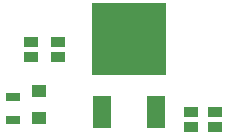
<source format=gtp>
G04*
G04 #@! TF.GenerationSoftware,Altium Limited,Altium Designer,22.3.1 (43)*
G04*
G04 Layer_Color=8421504*
%FSLAX25Y25*%
%MOIN*%
G70*
G04*
G04 #@! TF.SameCoordinates,03762554-53E0-4DA3-B020-D50B0D98B1FC*
G04*
G04*
G04 #@! TF.FilePolarity,Positive*
G04*
G01*
G75*
%ADD13R,0.05118X0.03543*%
%ADD14R,0.05118X0.04331*%
%ADD15R,0.05118X0.03150*%
%ADD16R,0.24803X0.24016*%
%ADD17R,0.05906X0.11024*%
D13*
X37279Y29673D02*
D03*
Y24555D02*
D03*
X46279D02*
D03*
Y29673D02*
D03*
X98787Y1122D02*
D03*
Y6240D02*
D03*
X90787Y6299D02*
D03*
Y1181D02*
D03*
D14*
X40059Y13386D02*
D03*
Y4331D02*
D03*
D15*
X31398Y3740D02*
D03*
Y11220D02*
D03*
D16*
X69980Y30709D02*
D03*
D17*
X79035Y6102D02*
D03*
X60925D02*
D03*
M02*

</source>
